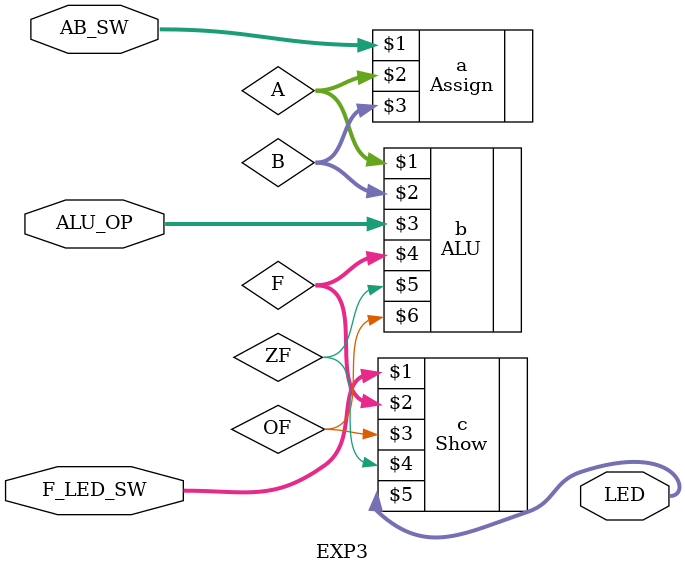
<source format=v>
module EXP3(AB_SW, ALU_OP, F_LED_SW, LED);
    input[2:0] AB_SW, ALU_OP, F_LED_SW;
    output[7:0] LED;

    reg[31:0] A, B, F;
    reg[7:0] LED;
    reg ZF, OF;

    Assign a(AB_SW, A, B);
    ALU b(A, B, ALU_OP, F, ZF, OF);
    Show c(F_LED_SW, F, OF, ZF, LED);
endmodule

</source>
